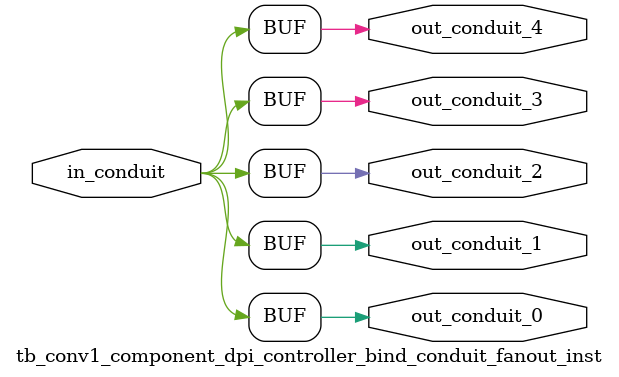
<source format=sv>


 


// --------------------------------------------------------------------------------
//| Avalon Conduit Fan-Out
// --------------------------------------------------------------------------------

// ------------------------------------------
// Generation parameters:
//   output_name:       tb_conv1_component_dpi_controller_bind_conduit_fanout_inst
//   numFanOut:         5
//   
// ------------------------------------------

module tb_conv1_component_dpi_controller_bind_conduit_fanout_inst (     

// Interface: out_conduit_0
 output                    out_conduit_0,
// Interface: out_conduit_1
 output                    out_conduit_1,
// Interface: out_conduit_2
 output                    out_conduit_2,
// Interface: out_conduit_3
 output                    out_conduit_3,
// Interface: out_conduit_4
 output                    out_conduit_4,

// Interface: in_conduit
 input                   in_conduit

);

   assign  out_conduit_0 = in_conduit;
   assign  out_conduit_1 = in_conduit;
   assign  out_conduit_2 = in_conduit;
   assign  out_conduit_3 = in_conduit;
   assign  out_conduit_4 = in_conduit;

endmodule //


</source>
